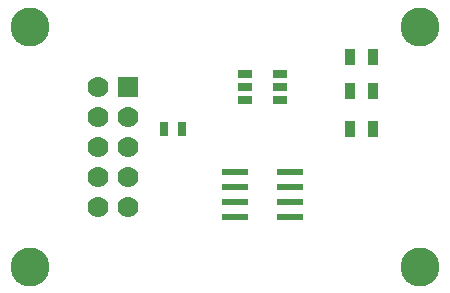
<source format=gts>
G04 (created by PCBNEW (2013-mar-13)-testing) date Sat 10 Aug 2013 01:32:29 PM PDT*
%MOIN*%
G04 Gerber Fmt 3.4, Leading zero omitted, Abs format*
%FSLAX34Y34*%
G01*
G70*
G90*
G04 APERTURE LIST*
%ADD10C,0.005906*%
%ADD11R,0.025000X0.045000*%
%ADD12R,0.070000X0.070000*%
%ADD13C,0.070000*%
%ADD14R,0.035000X0.055000*%
%ADD15R,0.051200X0.027600*%
%ADD16R,0.088600X0.019700*%
%ADD17C,0.130000*%
G04 APERTURE END LIST*
G54D10*
G54D11*
X46050Y-34400D03*
X45450Y-34400D03*
G54D12*
X44250Y-33000D03*
G54D13*
X43250Y-33000D03*
X44250Y-34000D03*
X43250Y-34000D03*
X44250Y-35000D03*
X43250Y-35000D03*
X44250Y-36000D03*
X43250Y-36000D03*
X44250Y-37000D03*
X43250Y-37000D03*
G54D14*
X51675Y-34400D03*
X52425Y-34400D03*
X51675Y-33150D03*
X52425Y-33150D03*
X51675Y-32000D03*
X52425Y-32000D03*
G54D15*
X48169Y-32567D03*
X48169Y-33000D03*
X48169Y-33433D03*
X49331Y-32567D03*
X49331Y-33000D03*
X49331Y-33433D03*
G54D16*
X47835Y-37350D03*
X47835Y-36850D03*
X47835Y-36350D03*
X47835Y-35850D03*
X49666Y-37350D03*
X49666Y-36850D03*
X49666Y-36350D03*
X49666Y-35850D03*
G54D17*
X41000Y-31000D03*
X54000Y-31000D03*
X41000Y-39000D03*
X54000Y-39000D03*
M02*

</source>
